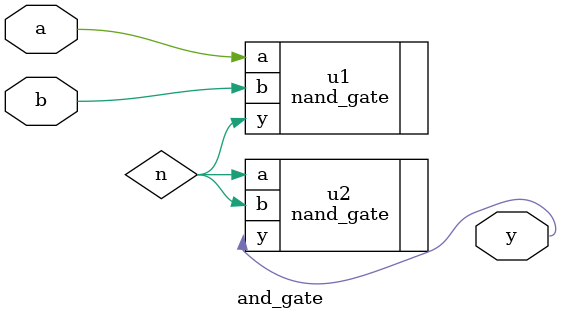
<source format=v>

module and_gate #(parameter WIDTH = 1) (
    input wire [WIDTH-1:0] a,
    input wire [WIDTH-1:0] b,
    output wire [WIDTH-1:0] y
);

  wire [WIDTH-1:0] n;

  // 1) NAND(a, b) → n
  nand_gate #(WIDTH) u1 (
    .a(a),
    .b(b),
    .y(n)
  );

  // 2) NAND(n, n) → y
  nand_gate #(WIDTH) u2 (
    .a(n),
    .b(n),
    .y(y)
  );

endmodule

</source>
